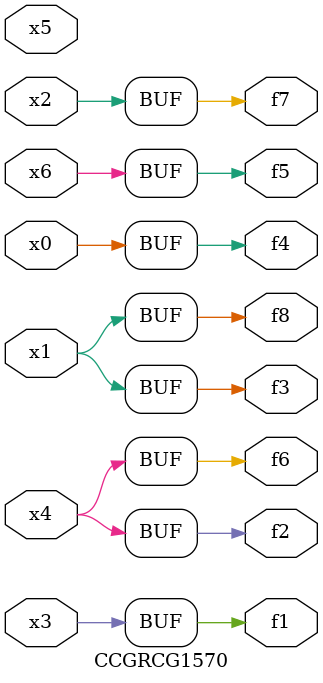
<source format=v>
module CCGRCG1570(
	input x0, x1, x2, x3, x4, x5, x6,
	output f1, f2, f3, f4, f5, f6, f7, f8
);
	assign f1 = x3;
	assign f2 = x4;
	assign f3 = x1;
	assign f4 = x0;
	assign f5 = x6;
	assign f6 = x4;
	assign f7 = x2;
	assign f8 = x1;
endmodule

</source>
